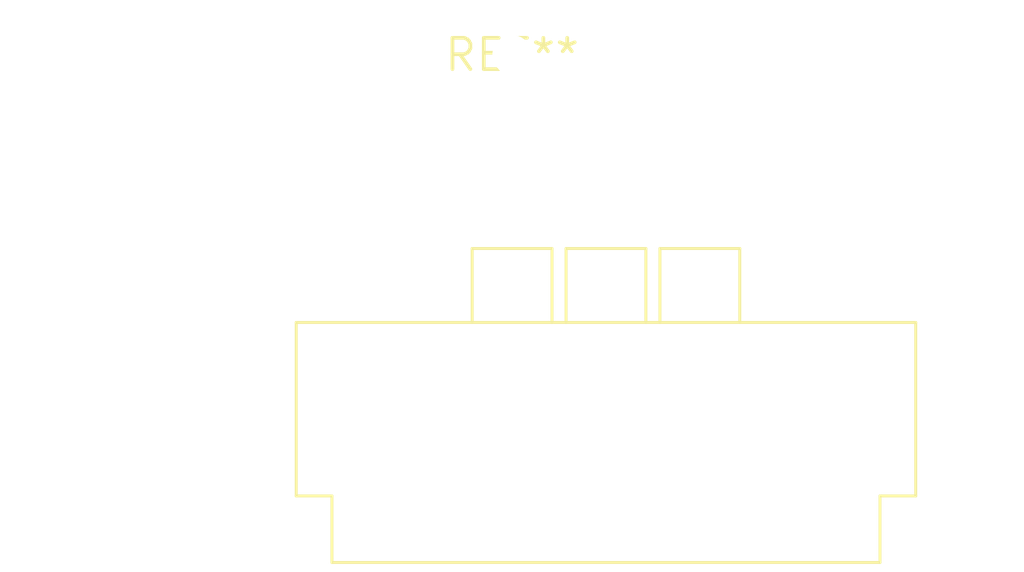
<source format=kicad_pcb>
(kicad_pcb (version 20240108) (generator pcbnew)
  (layers (0 "F.Cu" signal) (31 "B.Cu" signal) (34 "B.Paste" user) (35 "F.Paste" user) (36 "B.SilkS" user "B.Silkscreen") (37 "F.SilkS" user "F.Silkscreen") (38 "B.Mask" user) (39 "F.Mask" user) (44 "Edge.Cuts" user))
  (net 0 "")
  (footprint "Jack_XLR_Neutrik_NC3MAMH-PH_Horizontal" (layer "F.Cu") (at 0 0)
    (property "Reference" "REF**")
    (property "Value" "Jack_XLR_Neutrik_NC3MAMH-PH_Horizontal")
    (fp_line (start -8.76 10.86) (end 16.38 10.86) (layer "F.SilkS") (stroke (width 0.12)))
    (fp_line (start -8.76 17.9) (end -8.76 10.86) (layer "F.SilkS") (stroke (width 0.12)))
    (fp_line (start -7.31 17.9) (end -8.76 17.9) (layer "F.SilkS") (stroke (width 0.12)))
    (fp_line (start -7.31 17.9) (end -7.31 20.6) (layer "F.SilkS") (stroke (width 0.12)))
    (fp_line (start -1.62 10.86) (end -1.62 7.86) (layer "F.SilkS") (stroke (width 0.12)))
    (fp_line (start 1.62 7.86) (end -1.62 7.86) (layer "F.SilkS") (stroke (width 0.12)))
    (fp_line (start 1.62 10.86) (end 1.62 7.86) (layer "F.SilkS") (stroke (width 0.12)))
    (fp_line (start 2.19 10.86) (end 2.19 7.86) (layer "F.SilkS") (stroke (width 0.12)))
    (fp_line (start 5.43 7.86) (end 2.19 7.86) (layer "F.SilkS") (stroke (width 0.12)))
    (fp_line (start 5.43 10.86) (end 5.43 7.86) (layer "F.SilkS") (stroke (width 0.12)))
    (fp_line (start 6 10.86) (end 6 7.86) (layer "F.SilkS") (stroke (width 0.12)))
    (fp_line (start 9.24 7.86) (end 6 7.86) (layer "F.SilkS") (stroke (width 0.12)))
    (fp_line (start 9.24 10.86) (end 9.24 7.86) (layer "F.SilkS") (stroke (width 0.12)))
    (fp_line (start 14.93 17.9) (end 14.93 20.6) (layer "F.SilkS") (stroke (width 0.12)))
    (fp_line (start 14.93 20.6) (end -7.31 20.6) (layer "F.SilkS") (stroke (width 0.12)))
    (fp_line (start 16.38 17.9) (end 14.93 17.9) (layer "F.SilkS") (stroke (width 0.12)))
    (fp_line (start 16.38 17.9) (end 16.38 10.86) (layer "F.SilkS") (stroke (width 0.12)))
    (pad "" np_thru_hole circle (at 7.62 13.97) (size 1.6 1.6) (drill 1.6) (layers *.Cu *.Mask))
    (pad "1" thru_hole circle (at 0 0) (size 3.4 3.4) (drill 1.6) (layers *.Cu *.Mask) (remove_unused_layers))
    (pad "2" thru_hole circle (at 7.62 0) (size 3.4 3.4) (drill 1.6) (layers *.Cu *.Mask) (remove_unused_layers))
    (pad "3" thru_hole circle (at 3.81 0) (size 2.9 2.9) (drill 1.2) (layers *.Cu *.Mask) (remove_unused_layers))
  )
)
</source>
